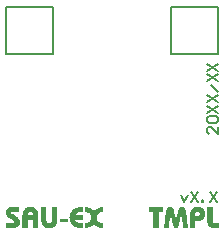
<source format=gto>
G04*
G04 #@! TF.GenerationSoftware,Altium Limited,Altium Designer,19.1.5 (86)*
G04*
G04 Layer_Color=65535*
%FSLAX25Y25*%
%MOIN*%
G70*
G01*
G75*
%ADD10C,0.00591*%
%ADD11C,0.00800*%
G36*
X126829Y16531D02*
X126787D01*
X126737Y16523D01*
X126671Y16514D01*
X126587Y16506D01*
X126487Y16489D01*
X126387Y16473D01*
X126271Y16448D01*
X126021Y16381D01*
X125771Y16290D01*
X125646Y16231D01*
X125521Y16165D01*
X125404Y16081D01*
X125296Y15998D01*
X125288Y15990D01*
X125271Y15973D01*
X125246Y15948D01*
X125213Y15906D01*
X125171Y15856D01*
X125121Y15798D01*
X125079Y15732D01*
X125029Y15648D01*
X124971Y15556D01*
X124929Y15457D01*
X124880Y15348D01*
X124838Y15232D01*
X124804Y15107D01*
X124779Y14973D01*
X124763Y14823D01*
X124755Y14673D01*
Y14665D01*
Y14640D01*
Y14590D01*
X124763Y14532D01*
X124771Y14465D01*
X124779Y14382D01*
X124796Y14290D01*
X124821Y14190D01*
X124888Y13982D01*
X124929Y13866D01*
X124979Y13757D01*
X125046Y13649D01*
X125121Y13541D01*
X125204Y13441D01*
X125296Y13341D01*
X125304Y13332D01*
X125321Y13316D01*
X125354Y13299D01*
X125396Y13266D01*
X125454Y13224D01*
X125521Y13183D01*
X125604Y13141D01*
X125696Y13091D01*
X125796Y13041D01*
X125912Y12991D01*
X126037Y12949D01*
X126179Y12908D01*
X126321Y12874D01*
X126479Y12841D01*
X126654Y12824D01*
X126829Y12808D01*
Y11167D01*
X126787D01*
X126729Y11175D01*
X126662Y11183D01*
X126570Y11192D01*
X126470Y11200D01*
X126354Y11217D01*
X126229Y11242D01*
X126096Y11258D01*
X125954Y11292D01*
X125663Y11358D01*
X125363Y11450D01*
X125079Y11558D01*
X125071Y11567D01*
X125046Y11575D01*
X125013Y11591D01*
X124954Y11625D01*
X124896Y11658D01*
X124821Y11700D01*
X124738Y11750D01*
X124655Y11808D01*
X124463Y11950D01*
X124255Y12116D01*
X124055Y12308D01*
X123863Y12533D01*
X123855Y12524D01*
X123838Y12508D01*
X123813Y12474D01*
X123772Y12433D01*
X123730Y12375D01*
X123672Y12316D01*
X123605Y12250D01*
X123530Y12174D01*
X123438Y12100D01*
X123347Y12016D01*
X123138Y11858D01*
X122905Y11700D01*
X122639Y11558D01*
X122630D01*
X122605Y11541D01*
X122564Y11525D01*
X122505Y11508D01*
X122439Y11483D01*
X122355Y11450D01*
X122256Y11417D01*
X122147Y11383D01*
X122022Y11350D01*
X121889Y11316D01*
X121747Y11283D01*
X121598Y11250D01*
X121431Y11225D01*
X121264Y11200D01*
X120898Y11167D01*
Y12808D01*
X120939D01*
X120989Y12816D01*
X121056Y12824D01*
X121139Y12833D01*
X121239Y12849D01*
X121339Y12866D01*
X121456Y12891D01*
X121697Y12958D01*
X121956Y13049D01*
X122081Y13107D01*
X122197Y13174D01*
X122314Y13257D01*
X122422Y13341D01*
X122431Y13349D01*
X122447Y13366D01*
X122472Y13391D01*
X122505Y13432D01*
X122547Y13482D01*
X122597Y13541D01*
X122647Y13607D01*
X122697Y13691D01*
X122747Y13782D01*
X122797Y13882D01*
X122847Y13991D01*
X122889Y14107D01*
X122922Y14240D01*
X122947Y14374D01*
X122964Y14524D01*
X122972Y14673D01*
Y14682D01*
Y14707D01*
Y14757D01*
X122964Y14815D01*
X122955Y14882D01*
X122947Y14965D01*
X122930Y15057D01*
X122905Y15148D01*
X122839Y15365D01*
X122797Y15473D01*
X122739Y15582D01*
X122680Y15690D01*
X122605Y15798D01*
X122522Y15906D01*
X122422Y15998D01*
X122414Y16006D01*
X122397Y16023D01*
X122364Y16048D01*
X122322Y16073D01*
X122264Y16115D01*
X122197Y16156D01*
X122114Y16198D01*
X122022Y16248D01*
X121922Y16298D01*
X121806Y16348D01*
X121681Y16389D01*
X121547Y16431D01*
X121398Y16465D01*
X121239Y16498D01*
X121073Y16514D01*
X120898Y16531D01*
Y18172D01*
X120939D01*
X120998Y18164D01*
X121064Y18156D01*
X121148Y18147D01*
X121248Y18139D01*
X121364Y18122D01*
X121481Y18105D01*
X121614Y18080D01*
X121756Y18056D01*
X122039Y17989D01*
X122330Y17897D01*
X122614Y17781D01*
X122622D01*
X122647Y17764D01*
X122689Y17747D01*
X122739Y17722D01*
X122797Y17681D01*
X122872Y17639D01*
X122955Y17589D01*
X123047Y17531D01*
X123239Y17398D01*
X123447Y17222D01*
X123663Y17023D01*
X123863Y16798D01*
X123872Y16806D01*
X123888Y16823D01*
X123913Y16856D01*
X123955Y16906D01*
X124005Y16956D01*
X124063Y17023D01*
X124130Y17089D01*
X124205Y17164D01*
X124296Y17239D01*
X124388Y17323D01*
X124596Y17489D01*
X124838Y17639D01*
X125096Y17781D01*
X125104D01*
X125129Y17797D01*
X125171Y17814D01*
X125229Y17839D01*
X125296Y17864D01*
X125379Y17889D01*
X125479Y17922D01*
X125588Y17956D01*
X125713Y17989D01*
X125838Y18031D01*
X125987Y18056D01*
X126137Y18089D01*
X126296Y18114D01*
X126470Y18139D01*
X126829Y18172D01*
Y16531D01*
D02*
G37*
G36*
X120273Y16581D02*
X120256D01*
X120223Y16589D01*
X120106D01*
X120065Y16598D01*
X119757D01*
X119673Y16589D01*
X119582Y16581D01*
X119482Y16573D01*
X119373Y16564D01*
X119140Y16531D01*
X118899Y16481D01*
X118657Y16414D01*
X118549Y16373D01*
X118440Y16323D01*
X118432D01*
X118415Y16306D01*
X118390Y16298D01*
X118349Y16273D01*
X118257Y16206D01*
X118140Y16115D01*
X118016Y15998D01*
X117882Y15856D01*
X117766Y15690D01*
X117666Y15490D01*
X120273D01*
Y13924D01*
X117632D01*
Y13916D01*
X117641Y13899D01*
X117649Y13866D01*
X117666Y13832D01*
X117691Y13782D01*
X117716Y13724D01*
X117791Y13599D01*
X117891Y13457D01*
X118024Y13307D01*
X118099Y13241D01*
X118182Y13174D01*
X118282Y13107D01*
X118382Y13049D01*
X118390D01*
X118407Y13041D01*
X118440Y13024D01*
X118490Y13007D01*
X118549Y12982D01*
X118615Y12958D01*
X118699Y12933D01*
X118790Y12908D01*
X118899Y12883D01*
X119015Y12858D01*
X119140Y12833D01*
X119282Y12808D01*
X119432Y12791D01*
X119590Y12774D01*
X119757Y12766D01*
X120273D01*
Y11167D01*
X119940D01*
X119857Y11175D01*
X119657D01*
X119548Y11183D01*
X119298Y11200D01*
X119024Y11225D01*
X118749Y11258D01*
X118482Y11308D01*
X118474D01*
X118449Y11316D01*
X118415Y11325D01*
X118366Y11333D01*
X118307Y11350D01*
X118240Y11375D01*
X118082Y11425D01*
X117899Y11483D01*
X117707Y11558D01*
X117508Y11650D01*
X117324Y11758D01*
X117316Y11766D01*
X117291Y11783D01*
X117249Y11808D01*
X117199Y11850D01*
X117133Y11891D01*
X117058Y11950D01*
X116974Y12025D01*
X116891Y12100D01*
X116799Y12183D01*
X116700Y12283D01*
X116499Y12491D01*
X116308Y12733D01*
X116141Y13007D01*
X116133Y13016D01*
X116125Y13041D01*
X116100Y13082D01*
X116075Y13141D01*
X116041Y13207D01*
X116008Y13299D01*
X115975Y13391D01*
X115933Y13499D01*
X115891Y13616D01*
X115858Y13749D01*
X115825Y13882D01*
X115791Y14032D01*
X115742Y14340D01*
X115733Y14507D01*
X115725Y14673D01*
Y14682D01*
Y14715D01*
Y14765D01*
X115733Y14823D01*
X115742Y14907D01*
X115750Y14998D01*
X115758Y15107D01*
X115775Y15223D01*
X115800Y15348D01*
X115825Y15482D01*
X115900Y15756D01*
X115950Y15898D01*
X116008Y16048D01*
X116066Y16190D01*
X116141Y16331D01*
X116150Y16340D01*
X116158Y16364D01*
X116183Y16406D01*
X116216Y16456D01*
X116258Y16523D01*
X116316Y16598D01*
X116375Y16681D01*
X116449Y16773D01*
X116525Y16873D01*
X116616Y16973D01*
X116708Y17073D01*
X116816Y17181D01*
X116933Y17281D01*
X117058Y17389D01*
X117183Y17489D01*
X117324Y17581D01*
X117332D01*
X117349Y17597D01*
X117374Y17606D01*
X117408Y17631D01*
X117457Y17656D01*
X117508Y17681D01*
X117574Y17714D01*
X117649Y17747D01*
X117816Y17822D01*
X118016Y17897D01*
X118240Y17972D01*
X118482Y18031D01*
X118490D01*
X118515Y18039D01*
X118549Y18047D01*
X118607Y18056D01*
X118674Y18064D01*
X118749Y18080D01*
X118840Y18089D01*
X118940Y18105D01*
X119057Y18122D01*
X119182Y18131D01*
X119315Y18147D01*
X119448Y18156D01*
X119757Y18172D01*
X120090Y18180D01*
X120273D01*
Y16581D01*
D02*
G37*
G36*
X115092Y13024D02*
X112460D01*
Y14315D01*
X115092D01*
Y13024D01*
D02*
G37*
G36*
X111643Y14032D02*
Y14016D01*
Y13974D01*
X111635Y13899D01*
Y13807D01*
X111618Y13691D01*
X111601Y13557D01*
X111585Y13407D01*
X111551Y13249D01*
X111510Y13074D01*
X111468Y12899D01*
X111402Y12716D01*
X111335Y12533D01*
X111252Y12358D01*
X111152Y12174D01*
X111043Y12008D01*
X110910Y11850D01*
X110902Y11841D01*
X110877Y11816D01*
X110835Y11775D01*
X110777Y11725D01*
X110702Y11666D01*
X110619Y11591D01*
X110510Y11525D01*
X110394Y11450D01*
X110260Y11366D01*
X110110Y11300D01*
X109952Y11233D01*
X109785Y11167D01*
X109594Y11117D01*
X109402Y11075D01*
X109194Y11050D01*
X108969Y11042D01*
X108919D01*
X108853Y11050D01*
X108769Y11058D01*
X108669Y11067D01*
X108553Y11083D01*
X108419Y11108D01*
X108278Y11142D01*
X108120Y11183D01*
X107961Y11242D01*
X107803Y11308D01*
X107645Y11383D01*
X107478Y11475D01*
X107320Y11583D01*
X107170Y11708D01*
X107028Y11850D01*
X107020Y11858D01*
X106995Y11891D01*
X106962Y11933D01*
X106912Y12000D01*
X106862Y12083D01*
X106803Y12183D01*
X106737Y12299D01*
X106670Y12433D01*
X106595Y12574D01*
X106537Y12741D01*
X106470Y12924D01*
X106420Y13116D01*
X106370Y13324D01*
X106337Y13549D01*
X106312Y13782D01*
X106304Y14032D01*
Y18180D01*
X108045D01*
Y13924D01*
Y13916D01*
Y13899D01*
Y13874D01*
Y13832D01*
X108053Y13782D01*
X108061Y13732D01*
X108078Y13607D01*
X108103Y13466D01*
X108144Y13316D01*
X108203Y13183D01*
X108278Y13058D01*
X108286Y13041D01*
X108319Y13007D01*
X108378Y12966D01*
X108453Y12908D01*
X108553Y12849D01*
X108669Y12808D01*
X108811Y12774D01*
X108969Y12758D01*
X109011D01*
X109044Y12766D01*
X109127Y12774D01*
X109227Y12799D01*
X109344Y12833D01*
X109461Y12883D01*
X109569Y12958D01*
X109669Y13058D01*
X109677Y13074D01*
X109711Y13116D01*
X109744Y13183D01*
X109794Y13282D01*
X109836Y13399D01*
X109877Y13549D01*
X109902Y13724D01*
X109911Y13924D01*
Y18180D01*
X111643D01*
Y14032D01*
D02*
G37*
G36*
X102813Y18289D02*
X102897D01*
X102997Y18272D01*
X103122Y18255D01*
X103246Y18230D01*
X103396Y18197D01*
X103546Y18156D01*
X103705Y18097D01*
X103863Y18031D01*
X104030Y17955D01*
X104188Y17856D01*
X104346Y17747D01*
X104496Y17622D01*
X104638Y17481D01*
X104646Y17472D01*
X104671Y17447D01*
X104704Y17397D01*
X104754Y17331D01*
X104813Y17256D01*
X104871Y17156D01*
X104938Y17039D01*
X105013Y16906D01*
X105079Y16756D01*
X105146Y16598D01*
X105204Y16423D01*
X105262Y16223D01*
X105312Y16023D01*
X105346Y15798D01*
X105371Y15565D01*
X105379Y15315D01*
Y11167D01*
X103638D01*
Y13766D01*
X102080D01*
Y15415D01*
X103638D01*
Y15490D01*
Y15498D01*
Y15515D01*
Y15540D01*
Y15573D01*
X103621Y15665D01*
X103605Y15781D01*
X103571Y15906D01*
X103530Y16040D01*
X103463Y16173D01*
X103380Y16289D01*
X103372Y16306D01*
X103338Y16340D01*
X103280Y16381D01*
X103205Y16440D01*
X103105Y16498D01*
X102988Y16539D01*
X102847Y16573D01*
X102697Y16589D01*
X102655D01*
X102622Y16581D01*
X102538Y16573D01*
X102438Y16548D01*
X102330Y16514D01*
X102214Y16456D01*
X102105Y16381D01*
X102005Y16281D01*
X101997Y16265D01*
X101972Y16223D01*
X101930Y16156D01*
X101889Y16056D01*
X101847Y15931D01*
X101805Y15781D01*
X101780Y15607D01*
X101772Y15398D01*
Y11167D01*
X100031D01*
Y15315D01*
Y15332D01*
Y15373D01*
X100039Y15448D01*
Y15540D01*
X100056Y15656D01*
X100073Y15790D01*
X100089Y15931D01*
X100123Y16098D01*
X100164Y16265D01*
X100206Y16440D01*
X100264Y16623D01*
X100339Y16798D01*
X100423Y16981D01*
X100514Y17156D01*
X100631Y17323D01*
X100756Y17481D01*
X100764Y17489D01*
X100789Y17514D01*
X100831Y17556D01*
X100889Y17606D01*
X100964Y17672D01*
X101056Y17739D01*
X101156Y17814D01*
X101272Y17889D01*
X101406Y17964D01*
X101556Y18039D01*
X101714Y18105D01*
X101880Y18172D01*
X102072Y18222D01*
X102264Y18264D01*
X102480Y18289D01*
X102697Y18297D01*
X102747D01*
X102813Y18289D01*
D02*
G37*
G36*
X98823Y16573D02*
X96857D01*
X96774Y16564D01*
X96691Y16556D01*
X96599Y16548D01*
X96524Y16531D01*
X96458Y16506D01*
X96449D01*
X96433Y16498D01*
X96391Y16456D01*
X96341Y16398D01*
X96324Y16348D01*
X96316Y16298D01*
Y16289D01*
Y16273D01*
X96324Y16248D01*
X96333Y16206D01*
X96366Y16123D01*
X96391Y16065D01*
X96424Y16015D01*
X96433Y16006D01*
X96449Y15990D01*
X96474Y15965D01*
X96516Y15931D01*
X96557Y15890D01*
X96624Y15840D01*
X96691Y15790D01*
X96774Y15740D01*
X98090Y14948D01*
X98099D01*
X98115Y14932D01*
X98149Y14915D01*
X98182Y14890D01*
X98232Y14857D01*
X98282Y14815D01*
X98407Y14715D01*
X98548Y14599D01*
X98690Y14457D01*
X98832Y14307D01*
X98948Y14132D01*
Y14124D01*
X98965Y14107D01*
X98973Y14082D01*
X98998Y14049D01*
X99015Y14007D01*
X99040Y13957D01*
X99098Y13832D01*
X99156Y13682D01*
X99198Y13507D01*
X99231Y13316D01*
X99248Y13116D01*
Y13107D01*
Y13091D01*
Y13066D01*
Y13033D01*
X99240Y12941D01*
X99223Y12824D01*
X99198Y12691D01*
X99156Y12541D01*
X99107Y12391D01*
X99040Y12233D01*
Y12224D01*
X99032Y12216D01*
X99006Y12166D01*
X98957Y12091D01*
X98898Y12000D01*
X98815Y11891D01*
X98723Y11783D01*
X98607Y11675D01*
X98482Y11575D01*
X98465Y11566D01*
X98432Y11541D01*
X98365Y11500D01*
X98282Y11450D01*
X98173Y11400D01*
X98057Y11350D01*
X97924Y11300D01*
X97782Y11258D01*
X97765D01*
X97740Y11250D01*
X97707Y11242D01*
X97665Y11233D01*
X97615D01*
X97549Y11225D01*
X97482Y11217D01*
X97399Y11208D01*
X97307Y11200D01*
X97199Y11192D01*
X97091Y11183D01*
X96966Y11175D01*
X96832D01*
X96691Y11167D01*
X94500D01*
Y12841D01*
X96949D01*
X96991Y12849D01*
X97041D01*
X97149Y12874D01*
X97199Y12899D01*
X97249Y12924D01*
X97257Y12933D01*
X97266Y12941D01*
X97307Y12991D01*
X97349Y13074D01*
X97357Y13124D01*
X97365Y13183D01*
Y13191D01*
Y13207D01*
X97357Y13232D01*
X97349Y13274D01*
X97332Y13316D01*
X97316Y13366D01*
X97282Y13416D01*
X97241Y13466D01*
X97232Y13474D01*
X97216Y13491D01*
X97191Y13524D01*
X97149Y13557D01*
X97099Y13607D01*
X97041Y13657D01*
X96966Y13707D01*
X96882Y13766D01*
X95533Y14582D01*
X95525D01*
X95516Y14599D01*
X95491Y14615D01*
X95458Y14632D01*
X95375Y14698D01*
X95266Y14782D01*
X95150Y14882D01*
X95025Y15015D01*
X94900Y15157D01*
X94792Y15315D01*
Y15323D01*
X94783Y15332D01*
X94767Y15357D01*
X94750Y15390D01*
X94708Y15482D01*
X94658Y15598D01*
X94608Y15740D01*
X94567Y15898D01*
X94533Y16065D01*
X94525Y16240D01*
Y16248D01*
Y16256D01*
Y16281D01*
Y16315D01*
X94533Y16406D01*
X94542Y16514D01*
X94558Y16648D01*
X94592Y16781D01*
X94625Y16931D01*
X94675Y17073D01*
Y17081D01*
X94683Y17089D01*
X94708Y17139D01*
X94742Y17206D01*
X94792Y17298D01*
X94858Y17397D01*
X94942Y17506D01*
X95033Y17614D01*
X95141Y17714D01*
X95158Y17722D01*
X95191Y17756D01*
X95258Y17797D01*
X95341Y17856D01*
X95441Y17914D01*
X95566Y17972D01*
X95700Y18022D01*
X95850Y18072D01*
X95858D01*
X95866Y18080D01*
X95891D01*
X95933Y18089D01*
X95974Y18097D01*
X96033Y18105D01*
X96099Y18114D01*
X96183Y18131D01*
X96274Y18139D01*
X96374Y18147D01*
X96482Y18156D01*
X96608Y18164D01*
X96741Y18172D01*
X96891D01*
X97049Y18180D01*
X98823D01*
Y16573D01*
D02*
G37*
G36*
X153338Y18243D02*
X153430Y18235D01*
X153555Y18201D01*
X153696Y18160D01*
X153838Y18093D01*
X153988Y17993D01*
X154055Y17935D01*
X154121Y17868D01*
X154138Y17851D01*
X154155Y17826D01*
X154180Y17801D01*
X154204Y17760D01*
X154238Y17710D01*
X154305Y17593D01*
X154379Y17443D01*
X154446Y17260D01*
X154513Y17043D01*
X154554Y16802D01*
X155321Y11129D01*
X153638D01*
X153247Y15511D01*
Y15527D01*
Y15569D01*
X153238Y15636D01*
X153230Y15719D01*
X153222Y15827D01*
X153213Y15935D01*
X153197Y16177D01*
Y16194D01*
Y16235D01*
X153188Y16294D01*
X153180Y16377D01*
X153172Y16469D01*
Y16577D01*
X153155Y16802D01*
Y16793D01*
Y16785D01*
X153147Y16760D01*
X153138Y16727D01*
X153122Y16644D01*
X153105Y16544D01*
X153080Y16427D01*
X153063Y16310D01*
X153038Y16185D01*
X153013Y16069D01*
Y16060D01*
X153005Y16019D01*
X152997Y15969D01*
X152980Y15902D01*
X152963Y15819D01*
X152947Y15736D01*
X152905Y15561D01*
X152180Y12145D01*
Y12137D01*
X152172Y12120D01*
X152164Y12087D01*
X152155Y12054D01*
X152130Y11946D01*
X152089Y11821D01*
X152039Y11687D01*
X151980Y11546D01*
X151905Y11421D01*
X151830Y11312D01*
X151822Y11304D01*
X151789Y11279D01*
X151739Y11237D01*
X151672Y11196D01*
X151589Y11146D01*
X151489Y11112D01*
X151372Y11079D01*
X151239Y11071D01*
X151181D01*
X151114Y11088D01*
X151031Y11104D01*
X150939Y11129D01*
X150839Y11171D01*
X150748Y11229D01*
X150656Y11312D01*
X150648Y11321D01*
X150623Y11362D01*
X150581Y11421D01*
X150531Y11512D01*
X150473Y11629D01*
X150414Y11771D01*
X150356Y11946D01*
X150306Y12145D01*
X149573Y15561D01*
Y15577D01*
X149565Y15594D01*
Y15619D01*
X149556Y15661D01*
X149548Y15702D01*
X149531Y15761D01*
X149523Y15819D01*
X149506Y15894D01*
X149490Y15977D01*
X149473Y16077D01*
X149448Y16185D01*
X149423Y16302D01*
X149398Y16427D01*
X149373Y16569D01*
X149340Y16727D01*
X149323Y16802D01*
Y16793D01*
Y16777D01*
Y16752D01*
Y16718D01*
Y16669D01*
Y16610D01*
X149315Y16544D01*
Y16469D01*
X149306Y16294D01*
X149298Y16094D01*
X149282Y15869D01*
X149257Y15619D01*
Y15611D01*
Y15577D01*
X149248Y15544D01*
Y15511D01*
X148857Y11129D01*
X147174D01*
X147932Y16802D01*
Y16810D01*
X147940Y16835D01*
Y16869D01*
X147949Y16918D01*
X147965Y16977D01*
X147974Y17043D01*
X148015Y17193D01*
X148074Y17368D01*
X148149Y17543D01*
X148240Y17718D01*
X148357Y17868D01*
X148365Y17876D01*
X148373Y17885D01*
X148424Y17926D01*
X148498Y17993D01*
X148598Y18060D01*
X148723Y18126D01*
X148873Y18193D01*
X149048Y18235D01*
X149140Y18251D01*
X149290D01*
X149323Y18243D01*
X149415Y18235D01*
X149531Y18210D01*
X149665Y18168D01*
X149806Y18110D01*
X149948Y18026D01*
X150081Y17918D01*
X150098Y17901D01*
X150139Y17860D01*
X150198Y17776D01*
X150273Y17668D01*
X150356Y17535D01*
X150439Y17368D01*
X150514Y17168D01*
X150581Y16943D01*
X151039Y15003D01*
Y14986D01*
X151048Y14953D01*
X151064Y14894D01*
X151081Y14819D01*
X151097Y14728D01*
X151114Y14619D01*
X151139Y14503D01*
X151156Y14378D01*
Y14361D01*
X151164Y14320D01*
X151172Y14244D01*
X151189Y14153D01*
X151197Y14036D01*
X151214Y13911D01*
X151222Y13761D01*
X151239Y13603D01*
Y13611D01*
Y13620D01*
Y13645D01*
X151247Y13678D01*
X151256Y13761D01*
X151264Y13861D01*
X151272Y13986D01*
X151289Y14111D01*
X151306Y14244D01*
X151322Y14378D01*
Y14394D01*
X151331Y14436D01*
X151339Y14503D01*
X151356Y14586D01*
X151372Y14678D01*
X151389Y14786D01*
X151439Y15003D01*
X151905Y16943D01*
Y16952D01*
X151914Y16969D01*
X151922Y17002D01*
X151930Y17052D01*
X151947Y17102D01*
X151972Y17168D01*
X152022Y17310D01*
X152089Y17460D01*
X152180Y17627D01*
X152280Y17785D01*
X152397Y17918D01*
X152414Y17935D01*
X152455Y17968D01*
X152530Y18026D01*
X152630Y18085D01*
X152755Y18143D01*
X152897Y18201D01*
X153063Y18235D01*
X153247Y18251D01*
X153297D01*
X153338Y18243D01*
D02*
G37*
G36*
X158569Y18260D02*
X158644D01*
X158736Y18243D01*
X158844Y18235D01*
X158961Y18210D01*
X159086Y18176D01*
X159228Y18143D01*
X159369Y18093D01*
X159519Y18035D01*
X159661Y17968D01*
X159811Y17885D01*
X159960Y17793D01*
X160102Y17685D01*
X160244Y17560D01*
X160252Y17552D01*
X160277Y17527D01*
X160310Y17485D01*
X160360Y17435D01*
X160410Y17368D01*
X160477Y17285D01*
X160535Y17185D01*
X160610Y17077D01*
X160677Y16960D01*
X160744Y16827D01*
X160802Y16677D01*
X160852Y16527D01*
X160902Y16360D01*
X160935Y16194D01*
X160960Y16011D01*
X160968Y15819D01*
Y15811D01*
Y15769D01*
X160960Y15711D01*
Y15636D01*
X160943Y15544D01*
X160927Y15436D01*
X160902Y15319D01*
X160869Y15186D01*
X160827Y15044D01*
X160777Y14903D01*
X160719Y14753D01*
X160644Y14603D01*
X160552Y14461D01*
X160452Y14311D01*
X160327Y14178D01*
X160194Y14045D01*
X160186Y14036D01*
X160161Y14020D01*
X160110Y13986D01*
X160052Y13945D01*
X159977Y13886D01*
X159877Y13836D01*
X159769Y13770D01*
X159644Y13711D01*
X159502Y13653D01*
X159353Y13587D01*
X159186Y13536D01*
X159003Y13487D01*
X158803Y13437D01*
X158594Y13403D01*
X158370Y13386D01*
X158136Y13378D01*
X157961D01*
Y15053D01*
X158303D01*
X158378Y15061D01*
X158478Y15078D01*
X158594Y15102D01*
X158711Y15144D01*
X158828Y15194D01*
X158928Y15261D01*
X158936Y15269D01*
X158969Y15302D01*
X159011Y15352D01*
X159061Y15419D01*
X159103Y15502D01*
X159144Y15602D01*
X159177Y15711D01*
X159186Y15844D01*
Y15861D01*
Y15894D01*
X159177Y15952D01*
X159161Y16027D01*
X159136Y16111D01*
X159094Y16202D01*
X159044Y16294D01*
X158969Y16377D01*
X158961Y16385D01*
X158928Y16410D01*
X158886Y16444D01*
X158819Y16485D01*
X158744Y16527D01*
X158653Y16560D01*
X158545Y16585D01*
X158428Y16594D01*
X158370D01*
X158303Y16577D01*
X158220Y16560D01*
X158128Y16535D01*
X158028Y16485D01*
X157936Y16427D01*
X157853Y16344D01*
X157845Y16335D01*
X157820Y16302D01*
X157786Y16244D01*
X157753Y16160D01*
X157720Y16069D01*
X157686Y15944D01*
X157661Y15811D01*
X157653Y15652D01*
Y11129D01*
X155904D01*
Y15644D01*
Y15661D01*
Y15694D01*
X155912Y15761D01*
Y15836D01*
X155929Y15935D01*
X155937Y16052D01*
X155962Y16185D01*
X155996Y16319D01*
X156029Y16469D01*
X156079Y16627D01*
X156129Y16785D01*
X156195Y16943D01*
X156279Y17102D01*
X156370Y17252D01*
X156479Y17402D01*
X156604Y17543D01*
X156612Y17552D01*
X156637Y17576D01*
X156678Y17610D01*
X156728Y17660D01*
X156804Y17710D01*
X156887Y17776D01*
X156987Y17835D01*
X157103Y17910D01*
X157228Y17976D01*
X157370Y18043D01*
X157520Y18101D01*
X157686Y18151D01*
X157870Y18201D01*
X158053Y18235D01*
X158261Y18260D01*
X158469Y18268D01*
X158519D01*
X158569Y18260D01*
D02*
G37*
G36*
X163417Y13478D02*
Y13462D01*
Y13420D01*
X163426Y13353D01*
X163443Y13278D01*
X163459Y13187D01*
X163493Y13095D01*
X163542Y13012D01*
X163601Y12937D01*
X163609Y12928D01*
X163634Y12912D01*
X163676Y12878D01*
X163734Y12853D01*
X163817Y12820D01*
X163909Y12787D01*
X164017Y12770D01*
X164142Y12762D01*
X165500D01*
Y11129D01*
X163992D01*
X163909Y11137D01*
X163801Y11146D01*
X163684Y11162D01*
X163551Y11179D01*
X163417Y11204D01*
X163268Y11229D01*
X163118Y11271D01*
X162959Y11312D01*
X162809Y11371D01*
X162660Y11437D01*
X162518Y11512D01*
X162385Y11604D01*
X162268Y11704D01*
X162260Y11712D01*
X162243Y11729D01*
X162210Y11762D01*
X162176Y11812D01*
X162126Y11870D01*
X162076Y11946D01*
X162026Y12037D01*
X161968Y12137D01*
X161910Y12254D01*
X161860Y12387D01*
X161810Y12529D01*
X161760Y12695D01*
X161726Y12862D01*
X161693Y13053D01*
X161677Y13253D01*
X161668Y13470D01*
Y18143D01*
X163417D01*
Y13478D01*
D02*
G37*
G36*
X146907Y16510D02*
X145408D01*
Y11129D01*
X143667D01*
Y16510D01*
X142168D01*
Y18143D01*
X146907D01*
Y16510D01*
D02*
G37*
D10*
X94644Y84999D02*
X110392D01*
Y69251D02*
Y84999D01*
X94644Y69251D02*
X110392D01*
X94644D02*
Y84999D01*
X149605Y69251D02*
Y84999D01*
Y69251D02*
X165353D01*
Y84999D01*
X149605D02*
X165353D01*
D11*
X165200Y44996D02*
Y42664D01*
X162867Y44996D01*
X162284D01*
X161701Y44413D01*
Y43247D01*
X162284Y42664D01*
Y46163D02*
X161701Y46746D01*
Y47912D01*
X162284Y48495D01*
X164617D01*
X165200Y47912D01*
Y46746D01*
X164617Y46163D01*
X162284D01*
X161701Y49661D02*
X165200Y51994D01*
X161701D02*
X165200Y49661D01*
X161701Y53160D02*
X165200Y55493D01*
X161701D02*
X165200Y53160D01*
Y56659D02*
X162867Y58992D01*
X161701Y60158D02*
X165200Y62491D01*
X161701D02*
X165200Y60158D01*
X161701Y63657D02*
X165200Y65990D01*
X161701D02*
X165200Y63657D01*
X152800Y22133D02*
X153966Y19800D01*
X155133Y22133D01*
X156299Y23299D02*
X158631Y19800D01*
Y23299D02*
X156299Y19800D01*
X159798D02*
Y20383D01*
X160381D01*
Y19800D01*
X159798D01*
X162714Y23299D02*
X165046Y19800D01*
Y23299D02*
X162714Y19800D01*
M02*

</source>
